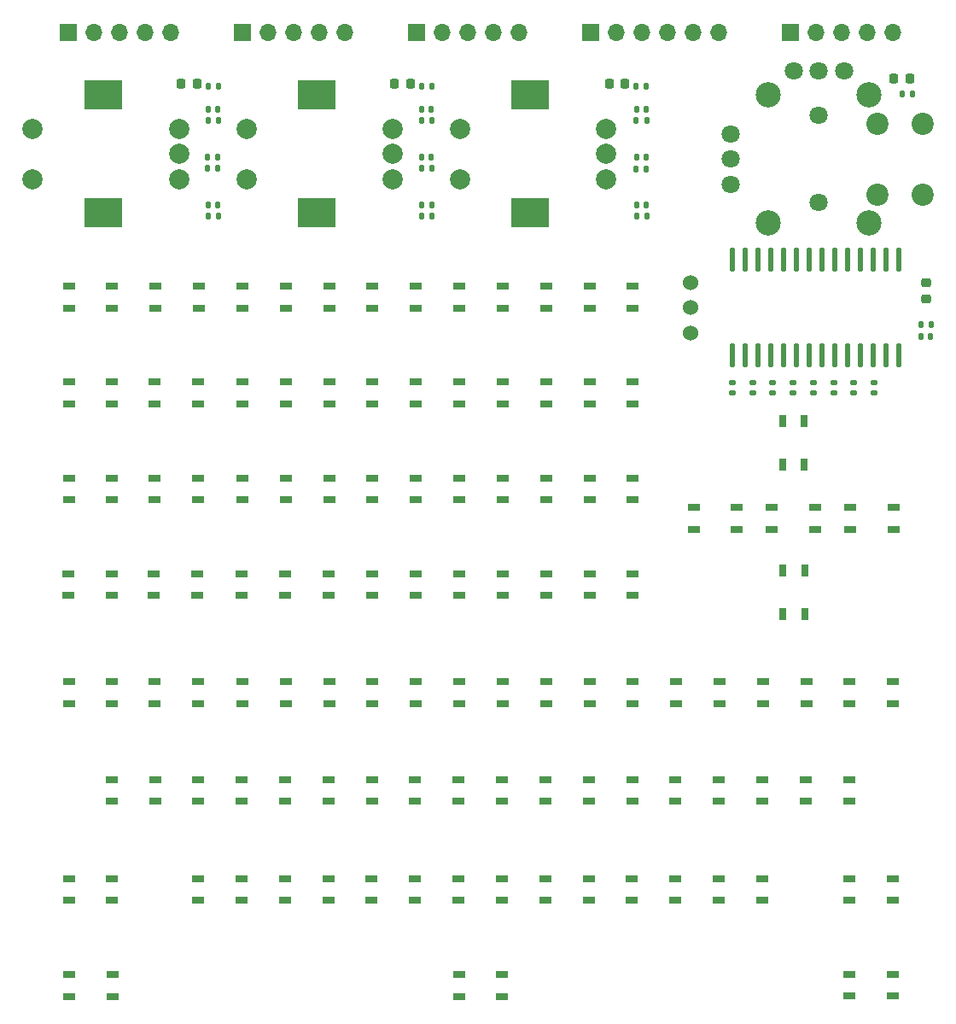
<source format=gts>
%TF.GenerationSoftware,KiCad,Pcbnew,7.0.9*%
%TF.CreationDate,2024-01-11T17:52:42+08:00*%
%TF.ProjectId,UINIO-Keyboard,55494e49-4f2d-44b6-9579-626f6172642e,Version 3.1.1*%
%TF.SameCoordinates,PX5ce82e0PY3548230*%
%TF.FileFunction,Soldermask,Top*%
%TF.FilePolarity,Negative*%
%FSLAX46Y46*%
G04 Gerber Fmt 4.6, Leading zero omitted, Abs format (unit mm)*
G04 Created by KiCad (PCBNEW 7.0.9) date 2024-01-11 17:52:42*
%MOMM*%
%LPD*%
G01*
G04 APERTURE LIST*
G04 Aperture macros list*
%AMRoundRect*
0 Rectangle with rounded corners*
0 $1 Rounding radius*
0 $2 $3 $4 $5 $6 $7 $8 $9 X,Y pos of 4 corners*
0 Add a 4 corners polygon primitive as box body*
4,1,4,$2,$3,$4,$5,$6,$7,$8,$9,$2,$3,0*
0 Add four circle primitives for the rounded corners*
1,1,$1+$1,$2,$3*
1,1,$1+$1,$4,$5*
1,1,$1+$1,$6,$7*
1,1,$1+$1,$8,$9*
0 Add four rect primitives between the rounded corners*
20,1,$1+$1,$2,$3,$4,$5,0*
20,1,$1+$1,$4,$5,$6,$7,0*
20,1,$1+$1,$6,$7,$8,$9,0*
20,1,$1+$1,$8,$9,$2,$3,0*%
G04 Aperture macros list end*
%ADD10R,1.200000X0.650000*%
%ADD11RoundRect,0.135000X-0.135000X-0.185000X0.135000X-0.185000X0.135000X0.185000X-0.135000X0.185000X0*%
%ADD12RoundRect,0.140000X-0.140000X-0.170000X0.140000X-0.170000X0.140000X0.170000X-0.140000X0.170000X0*%
%ADD13C,2.000000*%
%ADD14R,3.800000X3.000000*%
%ADD15R,1.700000X1.700000*%
%ADD16O,1.700000X1.700000*%
%ADD17RoundRect,0.135000X-0.185000X0.135000X-0.185000X-0.135000X0.185000X-0.135000X0.185000X0.135000X0*%
%ADD18RoundRect,0.218750X0.218750X0.256250X-0.218750X0.256250X-0.218750X-0.256250X0.218750X-0.256250X0*%
%ADD19C,1.800000*%
%ADD20C,2.500000*%
%ADD21C,2.200000*%
%ADD22RoundRect,0.218750X-0.218750X-0.256250X0.218750X-0.256250X0.218750X0.256250X-0.218750X0.256250X0*%
%ADD23C,1.524000*%
%ADD24R,0.650000X1.200000*%
%ADD25RoundRect,0.218750X-0.256250X0.218750X-0.256250X-0.218750X0.256250X-0.218750X0.256250X0.218750X0*%
%ADD26O,0.574000X2.388000*%
%ADD27RoundRect,0.135000X0.135000X0.185000X-0.135000X0.185000X-0.135000X-0.185000X0.135000X-0.185000X0*%
G04 APERTURE END LIST*
D10*
%TO.C,K29*%
X30662500Y-70280000D03*
X34962500Y-70280000D03*
X30662500Y-72430000D03*
X34962500Y-72430000D03*
%TD*%
%TO.C,K53*%
X43635000Y-21355000D03*
X47935000Y-21355000D03*
X43635000Y-23505000D03*
X47935000Y-23505000D03*
%TD*%
%TO.C,K11*%
X26422500Y-40371666D03*
X30722500Y-40371666D03*
X26422500Y-42521666D03*
X30722500Y-42521666D03*
%TD*%
%TO.C,K42*%
X73678750Y-80080000D03*
X77978750Y-80080000D03*
X73678750Y-82230000D03*
X77978750Y-82230000D03*
%TD*%
D11*
%TO.C,R9*%
X23010000Y-14410000D03*
X24030000Y-14410000D03*
%TD*%
D12*
%TO.C,C9*%
X65540000Y-13300000D03*
X66500000Y-13300000D03*
%TD*%
D10*
%TO.C,K40*%
X56466250Y-80080000D03*
X60766250Y-80080000D03*
X56466250Y-82230000D03*
X60766250Y-82230000D03*
%TD*%
%TO.C,K4*%
X35028750Y-21355000D03*
X39328750Y-21355000D03*
X35028750Y-23505000D03*
X39328750Y-23505000D03*
%TD*%
%TO.C,K26*%
X86666250Y-60555000D03*
X90966250Y-60555000D03*
X86666250Y-62705000D03*
X90966250Y-62705000D03*
%TD*%
D13*
%TO.C,U2*%
X20141000Y-10730000D03*
X20141000Y-8230000D03*
X20141000Y-5730000D03*
X5641000Y-5730000D03*
X5641000Y-10730000D03*
D14*
X12641000Y-14080000D03*
X12641000Y-2380000D03*
%TD*%
D15*
%TO.C,J5*%
X43665000Y3770000D03*
D16*
X46205000Y3770000D03*
X48745000Y3770000D03*
X51285000Y3770000D03*
X53825000Y3770000D03*
%TD*%
D10*
%TO.C,K59*%
X52241012Y-40371666D03*
X56541012Y-40371666D03*
X52241012Y-42521666D03*
X56541012Y-42521666D03*
%TD*%
D11*
%TO.C,R19*%
X65510000Y-14440000D03*
X66530000Y-14440000D03*
%TD*%
D10*
%TO.C,K58*%
X52241250Y-30863333D03*
X56541250Y-30863333D03*
X52241250Y-33013333D03*
X56541250Y-33013333D03*
%TD*%
D13*
%TO.C,U3*%
X41310000Y-10730000D03*
X41310000Y-8230000D03*
X41310000Y-5730000D03*
X26810000Y-5730000D03*
X26810000Y-10730000D03*
D14*
X33810000Y-14080000D03*
X33810000Y-2380000D03*
%TD*%
D10*
%TO.C,K30*%
X39268750Y-70280000D03*
X43568750Y-70280000D03*
X39268750Y-72430000D03*
X43568750Y-72430000D03*
%TD*%
D12*
%TO.C,C3*%
X23040000Y-13270000D03*
X24000000Y-13270000D03*
%TD*%
D10*
%TO.C,K44*%
X13533750Y-91750000D03*
X9233750Y-91750000D03*
X13533750Y-89600000D03*
X9233750Y-89600000D03*
%TD*%
%TO.C,K39*%
X47875000Y-80080000D03*
X52175000Y-80080000D03*
X47875000Y-82230000D03*
X52175000Y-82230000D03*
%TD*%
D17*
%TO.C,R6*%
X79045714Y-30910000D03*
X79045714Y-31930000D03*
%TD*%
D11*
%TO.C,R11*%
X44200000Y-14410000D03*
X45220000Y-14410000D03*
%TD*%
D10*
%TO.C,K17*%
X9210000Y-60555000D03*
X13510000Y-60555000D03*
X9210000Y-62705000D03*
X13510000Y-62705000D03*
%TD*%
D15*
%TO.C,J3*%
X26392500Y3770000D03*
D16*
X28932500Y3770000D03*
X31472500Y3770000D03*
X34012500Y3770000D03*
X36552500Y3770000D03*
%TD*%
D11*
%TO.C,R21*%
X65500000Y-4920000D03*
X66520000Y-4920000D03*
%TD*%
D12*
%TO.C,C4*%
X44230000Y-13270000D03*
X45190000Y-13270000D03*
%TD*%
D10*
%TO.C,K13*%
X9160000Y-49880000D03*
X13460000Y-49880000D03*
X9160000Y-52030000D03*
X13460000Y-52030000D03*
%TD*%
%TO.C,K32*%
X56481250Y-70280000D03*
X60781250Y-70280000D03*
X56481250Y-72430000D03*
X60781250Y-72430000D03*
%TD*%
%TO.C,K55*%
X43635000Y-40371666D03*
X47935000Y-40371666D03*
X43635000Y-42521666D03*
X47935000Y-42521666D03*
%TD*%
%TO.C,K15*%
X26372500Y-49880000D03*
X30672500Y-49880000D03*
X26372500Y-52030000D03*
X30672500Y-52030000D03*
%TD*%
D12*
%TO.C,C1*%
X22980000Y-8520000D03*
X23940000Y-8520000D03*
%TD*%
D10*
%TO.C,K22*%
X52241250Y-60555000D03*
X56541250Y-60555000D03*
X52241250Y-62705000D03*
X56541250Y-62705000D03*
%TD*%
%TO.C,K12*%
X35028750Y-40371666D03*
X39328750Y-40371666D03*
X35028750Y-42521666D03*
X39328750Y-42521666D03*
%TD*%
%TO.C,K56*%
X47935000Y-52030000D03*
X43635000Y-52030000D03*
X47935000Y-49880000D03*
X43635000Y-49880000D03*
%TD*%
D18*
%TO.C,D5*%
X92637500Y-730000D03*
X91062500Y-730000D03*
%TD*%
D11*
%TO.C,R17*%
X23037500Y-1560000D03*
X24057500Y-1560000D03*
%TD*%
D13*
%TO.C,U4*%
X62479000Y-10730000D03*
X62479000Y-8230000D03*
X62479000Y-5730000D03*
X47979000Y-5730000D03*
X47979000Y-10730000D03*
D14*
X54979000Y-14080000D03*
X54979000Y-2380000D03*
%TD*%
D19*
%TO.C,SW2*%
X83588000Y-13031000D03*
X83588000Y-4431000D03*
X86088000Y-1000D03*
X83588000Y-1000D03*
X81088000Y-1000D03*
X74858000Y-6231000D03*
X74858000Y-8730000D03*
X74858000Y-11231000D03*
D20*
X78588000Y-15055000D03*
X88588000Y-15055000D03*
X88588000Y-2405000D03*
X78588000Y-2405000D03*
D21*
X89380000Y-12250000D03*
X93880000Y-12250000D03*
X89380000Y-5250000D03*
X93880000Y-5250000D03*
%TD*%
D10*
%TO.C,K7*%
X26422500Y-30863333D03*
X30722500Y-30863333D03*
X26422500Y-33013333D03*
X30722500Y-33013333D03*
%TD*%
%TO.C,K18*%
X17705333Y-60555000D03*
X22005333Y-60555000D03*
X17705333Y-62705000D03*
X22005333Y-62705000D03*
%TD*%
D15*
%TO.C,J2*%
X9120000Y3770000D03*
D16*
X11660000Y3770000D03*
X14200000Y3770000D03*
X16740000Y3770000D03*
X19280000Y3770000D03*
%TD*%
D10*
%TO.C,K3*%
X26422500Y-21355000D03*
X30722500Y-21355000D03*
X26422500Y-23505000D03*
X30722500Y-23505000D03*
%TD*%
%TO.C,K54*%
X43635000Y-30863333D03*
X47935000Y-30863333D03*
X43635000Y-33013333D03*
X47935000Y-33013333D03*
%TD*%
%TO.C,K34*%
X73693750Y-70280000D03*
X77993750Y-70280000D03*
X73693750Y-72430000D03*
X77993750Y-72430000D03*
%TD*%
%TO.C,K50*%
X86720000Y-43295000D03*
X91020000Y-43295000D03*
X86720000Y-45445000D03*
X91020000Y-45445000D03*
%TD*%
%TO.C,K24*%
X69453750Y-60555000D03*
X73753750Y-60555000D03*
X69453750Y-62705000D03*
X73753750Y-62705000D03*
%TD*%
%TO.C,K64*%
X60847500Y-49880000D03*
X65147500Y-49880000D03*
X60847500Y-52030000D03*
X65147500Y-52030000D03*
%TD*%
D17*
%TO.C,R3*%
X85062856Y-30910000D03*
X85062856Y-31930000D03*
%TD*%
D10*
%TO.C,K16*%
X34978750Y-49880000D03*
X39278750Y-49880000D03*
X34978750Y-52030000D03*
X39278750Y-52030000D03*
%TD*%
%TO.C,K49*%
X78950000Y-43295000D03*
X83250000Y-43295000D03*
X78950000Y-45445000D03*
X83250000Y-45445000D03*
%TD*%
%TO.C,K14*%
X17655333Y-49880000D03*
X21955333Y-49880000D03*
X17655333Y-52030000D03*
X21955333Y-52030000D03*
%TD*%
%TO.C,K21*%
X43635000Y-60555000D03*
X47935000Y-60555000D03*
X43635000Y-62705000D03*
X47935000Y-62705000D03*
%TD*%
%TO.C,K31*%
X47875000Y-70280000D03*
X52175000Y-70280000D03*
X47875000Y-72430000D03*
X52175000Y-72430000D03*
%TD*%
%TO.C,K19*%
X26438666Y-60555000D03*
X30738666Y-60555000D03*
X26438666Y-62705000D03*
X30738666Y-62705000D03*
%TD*%
%TO.C,K5*%
X9210000Y-30863332D03*
X13510000Y-30863332D03*
X9210000Y-33013332D03*
X13510000Y-33013332D03*
%TD*%
%TO.C,K60*%
X52241250Y-49880000D03*
X56541250Y-49880000D03*
X52241250Y-52030000D03*
X56541250Y-52030000D03*
%TD*%
%TO.C,K33*%
X65087500Y-70280000D03*
X69387500Y-70280000D03*
X65087500Y-72430000D03*
X69387500Y-72430000D03*
%TD*%
%TO.C,K9*%
X9210000Y-40371664D03*
X13510000Y-40371664D03*
X9210000Y-42521664D03*
X13510000Y-42521664D03*
%TD*%
%TO.C,K46*%
X86666250Y-80080000D03*
X90966250Y-80080000D03*
X86666250Y-82230000D03*
X90966250Y-82230000D03*
%TD*%
D22*
%TO.C,D4*%
X62802500Y-1300000D03*
X64377500Y-1300000D03*
%TD*%
D10*
%TO.C,K28*%
X22056250Y-70280000D03*
X26356250Y-70280000D03*
X22056250Y-72430000D03*
X26356250Y-72430000D03*
%TD*%
%TO.C,K35*%
X82300000Y-70280000D03*
X86600000Y-70280000D03*
X82300000Y-72430000D03*
X86600000Y-72430000D03*
%TD*%
D23*
%TO.C,SW1*%
X70870000Y-25970000D03*
X70870000Y-23470000D03*
X70870000Y-20970000D03*
%TD*%
D10*
%TO.C,K10*%
X17705333Y-40371666D03*
X22005333Y-40371666D03*
X17705333Y-42521666D03*
X22005333Y-42521666D03*
%TD*%
D11*
%TO.C,R13*%
X23000000Y-4920000D03*
X24020000Y-4920000D03*
%TD*%
%TO.C,R10*%
X22950000Y-9670000D03*
X23970000Y-9670000D03*
%TD*%
D12*
%TO.C,C7*%
X93715000Y-26296250D03*
X94675000Y-26296250D03*
%TD*%
D15*
%TO.C,J4*%
X80760000Y3770000D03*
D16*
X83300000Y3770000D03*
X85840000Y3770000D03*
X88380000Y3770000D03*
X90920000Y3770000D03*
%TD*%
D24*
%TO.C,K51*%
X82165000Y-34760000D03*
X82165000Y-39060000D03*
X80015000Y-34760000D03*
X80015000Y-39060000D03*
%TD*%
D25*
%TO.C,D1*%
X94230000Y-21032250D03*
X94230000Y-22607250D03*
%TD*%
D11*
%TO.C,R16*%
X44190000Y-1560000D03*
X45210000Y-1560000D03*
%TD*%
D15*
%TO.C,J1*%
X60937500Y3770000D03*
D16*
X63477500Y3770000D03*
X66017500Y3770000D03*
X68557500Y3770000D03*
X71097500Y3770000D03*
X73637500Y3770000D03*
%TD*%
D10*
%TO.C,K8*%
X35028750Y-30863333D03*
X39328750Y-30863333D03*
X35028750Y-33013333D03*
X39328750Y-33013333D03*
%TD*%
%TO.C,K63*%
X60847500Y-40371666D03*
X65147500Y-40371666D03*
X60847500Y-42521666D03*
X65147500Y-42521666D03*
%TD*%
%TO.C,K20*%
X35028750Y-60555000D03*
X39328750Y-60555000D03*
X35028750Y-62705000D03*
X39328750Y-62705000D03*
%TD*%
D24*
%TO.C,K52*%
X80030000Y-53850000D03*
X80030000Y-49550000D03*
X82180000Y-53850000D03*
X82180000Y-49550000D03*
%TD*%
D12*
%TO.C,C8*%
X65519000Y-8550000D03*
X66479000Y-8550000D03*
%TD*%
D11*
%TO.C,R12*%
X44179000Y-9670000D03*
X45199000Y-9670000D03*
%TD*%
%TO.C,R18*%
X65490000Y-1560000D03*
X66510000Y-1560000D03*
%TD*%
D10*
%TO.C,K6*%
X17705333Y-30863333D03*
X22005333Y-30863333D03*
X17705333Y-33013333D03*
X22005333Y-33013333D03*
%TD*%
%TO.C,K36*%
X22050000Y-80080000D03*
X26350000Y-80080000D03*
X22050000Y-82230000D03*
X26350000Y-82230000D03*
%TD*%
%TO.C,K45*%
X52198750Y-91750000D03*
X47898750Y-91750000D03*
X52198750Y-89600000D03*
X47898750Y-89600000D03*
%TD*%
D11*
%TO.C,R14*%
X44190000Y-4920000D03*
X45210000Y-4920000D03*
%TD*%
D17*
%TO.C,R4*%
X83057142Y-30910000D03*
X83057142Y-31930000D03*
%TD*%
D10*
%TO.C,K48*%
X75480000Y-45445000D03*
X71180000Y-45445000D03*
X75480000Y-43295000D03*
X71180000Y-43295000D03*
%TD*%
D17*
%TO.C,R1*%
X89074286Y-30910000D03*
X89074286Y-31930000D03*
%TD*%
D10*
%TO.C,K1*%
X9210000Y-21355000D03*
X13510000Y-21355000D03*
X9210000Y-23505000D03*
X13510000Y-23505000D03*
%TD*%
%TO.C,K27*%
X13450000Y-70280000D03*
X17750000Y-70280000D03*
X13450000Y-72430000D03*
X17750000Y-72430000D03*
%TD*%
%TO.C,K47*%
X86630000Y-89585000D03*
X90930000Y-89585000D03*
X86630000Y-91735000D03*
X90930000Y-91735000D03*
%TD*%
D17*
%TO.C,R8*%
X75034286Y-30910000D03*
X75034286Y-31930000D03*
%TD*%
D10*
%TO.C,K37*%
X30647500Y-80080000D03*
X34947500Y-80080000D03*
X30647500Y-82230000D03*
X34947500Y-82230000D03*
%TD*%
D12*
%TO.C,C2*%
X44209000Y-8520000D03*
X45169000Y-8520000D03*
%TD*%
D17*
%TO.C,R5*%
X81051428Y-30910000D03*
X81051428Y-31930000D03*
%TD*%
D22*
%TO.C,D3*%
X20342500Y-1300000D03*
X21917500Y-1300000D03*
%TD*%
D10*
%TO.C,K2*%
X17816250Y-21355000D03*
X22116250Y-21355000D03*
X17816250Y-23505000D03*
X22116250Y-23505000D03*
%TD*%
%TO.C,K41*%
X65072500Y-80080000D03*
X69372500Y-80080000D03*
X65072500Y-82230000D03*
X69372500Y-82230000D03*
%TD*%
D12*
%TO.C,C5*%
X23030000Y-3790000D03*
X23990000Y-3790000D03*
%TD*%
%TO.C,C6*%
X44220000Y-3790000D03*
X45180000Y-3790000D03*
%TD*%
D10*
%TO.C,K23*%
X60847500Y-60555000D03*
X65147500Y-60555000D03*
X60847500Y-62705000D03*
X65147500Y-62705000D03*
%TD*%
%TO.C,K62*%
X60847500Y-30863333D03*
X65147500Y-30863333D03*
X60847500Y-33013333D03*
X65147500Y-33013333D03*
%TD*%
D26*
%TO.C,U1*%
X75025000Y-28214000D03*
X76295000Y-28214000D03*
X77565000Y-28214000D03*
X78835000Y-28214000D03*
X80105000Y-28214000D03*
X81375000Y-28214000D03*
X82645000Y-28214000D03*
X83915000Y-28214000D03*
X85185000Y-28214000D03*
X86455000Y-28214000D03*
X87725000Y-28214000D03*
X88995000Y-28214000D03*
X90265000Y-28214000D03*
X91535000Y-28214000D03*
X91535000Y-18726000D03*
X90265000Y-18726000D03*
X88995000Y-18726000D03*
X87725000Y-18726000D03*
X86455000Y-18726000D03*
X85185000Y-18726000D03*
X83915000Y-18726000D03*
X82645000Y-18726000D03*
X81375000Y-18726000D03*
X80105000Y-18726000D03*
X78835000Y-18726000D03*
X77565000Y-18726000D03*
X76295000Y-18726000D03*
X75025000Y-18726000D03*
%TD*%
D17*
%TO.C,R7*%
X77040000Y-30910000D03*
X77040000Y-31930000D03*
%TD*%
D10*
%TO.C,K57*%
X56541250Y-23505000D03*
X52241250Y-23505000D03*
X56541250Y-21355000D03*
X52241250Y-21355000D03*
%TD*%
D12*
%TO.C,C10*%
X65530000Y-3790000D03*
X66490000Y-3790000D03*
%TD*%
D17*
%TO.C,R2*%
X87068570Y-30910000D03*
X87068570Y-31930000D03*
%TD*%
D10*
%TO.C,K61*%
X60847500Y-21355000D03*
X65147500Y-21355000D03*
X60847500Y-23505000D03*
X65147500Y-23505000D03*
%TD*%
%TO.C,K38*%
X39253750Y-80080000D03*
X43553750Y-80080000D03*
X39253750Y-82230000D03*
X43553750Y-82230000D03*
%TD*%
D11*
%TO.C,R22*%
X91910000Y-2310000D03*
X92930000Y-2310000D03*
%TD*%
D10*
%TO.C,K25*%
X78060000Y-60555000D03*
X82360000Y-60555000D03*
X78060000Y-62705000D03*
X82360000Y-62705000D03*
%TD*%
D27*
%TO.C,R15*%
X94720000Y-25110000D03*
X93700000Y-25110000D03*
%TD*%
D10*
%TO.C,K43*%
X9210000Y-80080000D03*
X13510000Y-80080000D03*
X9210000Y-82230000D03*
X13510000Y-82230000D03*
%TD*%
D11*
%TO.C,R20*%
X65489000Y-9700000D03*
X66509000Y-9700000D03*
%TD*%
D22*
%TO.C,D2*%
X41502500Y-1300000D03*
X43077500Y-1300000D03*
%TD*%
M02*

</source>
